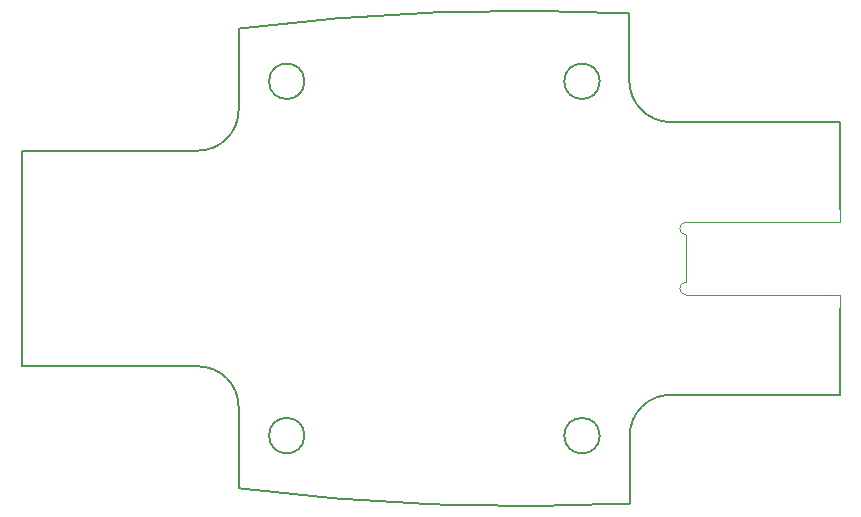
<source format=gm1>
G04 #@! TF.GenerationSoftware,KiCad,Pcbnew,(5.1.9)-1*
G04 #@! TF.CreationDate,2021-04-20T09:49:11+02:00*
G04 #@! TF.ProjectId,loeti,6c6f6574-692e-46b6-9963-61645f706362,rev?*
G04 #@! TF.SameCoordinates,Original*
G04 #@! TF.FileFunction,Profile,NP*
%FSLAX46Y46*%
G04 Gerber Fmt 4.6, Leading zero omitted, Abs format (unit mm)*
G04 Created by KiCad (PCBNEW (5.1.9)-1) date 2021-04-20 09:49:11*
%MOMM*%
%LPD*%
G01*
G04 APERTURE LIST*
G04 #@! TA.AperFunction,Profile*
%ADD10C,0.200000*%
G04 #@! TD*
G04 #@! TA.AperFunction,Profile*
%ADD11C,0.000100*%
G04 #@! TD*
G04 APERTURE END LIST*
D10*
X123070000Y24455000D02*
X123074158Y17134252D01*
X123074155Y40225507D02*
X123070000Y32905000D01*
X72176645Y41244152D02*
G75*
G02*
X68748282Y37815789I-3428363J0D01*
G01*
X123074155Y40225507D02*
X108774496Y40225505D01*
X102747873Y13678597D02*
G75*
G03*
X102747873Y13678597I-1500000J0D01*
G01*
X77747873Y43678597D02*
G75*
G03*
X77747873Y43678597I-1500000J0D01*
G01*
X108774495Y40225505D02*
G75*
G02*
X105250000Y43750000I0J3524495D01*
G01*
X105292208Y13678591D02*
G75*
G02*
X108747869Y17134252I3455661J0D01*
G01*
X53810555Y37815789D02*
X53810555Y19543970D01*
X105292209Y7932166D02*
G75*
G02*
X72176995Y9222349I-9169381J190279196D01*
G01*
X72176645Y48139236D02*
G75*
G02*
X105250000Y49432496I23951924J-188988240D01*
G01*
X68748282Y37815789D02*
X53810555Y37815789D01*
X108747869Y17134252D02*
X123074158Y17134252D01*
X105292209Y7932166D02*
X105292208Y13678590D01*
X72176995Y16115258D02*
X72176995Y9222349D01*
X77747873Y13678597D02*
G75*
G03*
X77747873Y13678597I-1500000J0D01*
G01*
X102747873Y43678597D02*
G75*
G03*
X102747873Y43678597I-1500000J0D01*
G01*
X72176645Y48139236D02*
X72176645Y41244152D01*
X53810555Y19543970D02*
X68748282Y19543970D01*
X68748282Y19543971D02*
G75*
G02*
X72176995Y16115258I0J-3428713D01*
G01*
X105250000Y43750000D02*
X105250000Y49432496D01*
D11*
X123070000Y31750000D02*
X123070000Y32905000D01*
X123070000Y25610000D02*
X123070000Y24455000D01*
X110070000Y26680000D02*
X110070000Y30680000D01*
X123070000Y31750000D02*
X110070000Y31750000D01*
X123070000Y25610000D02*
X110070000Y25610000D01*
X110070000Y31750000D02*
G75*
G03*
X110070000Y30680000I0J-535000D01*
G01*
X110070000Y25610000D02*
G75*
G02*
X110070000Y26680000I0J535000D01*
G01*
M02*

</source>
